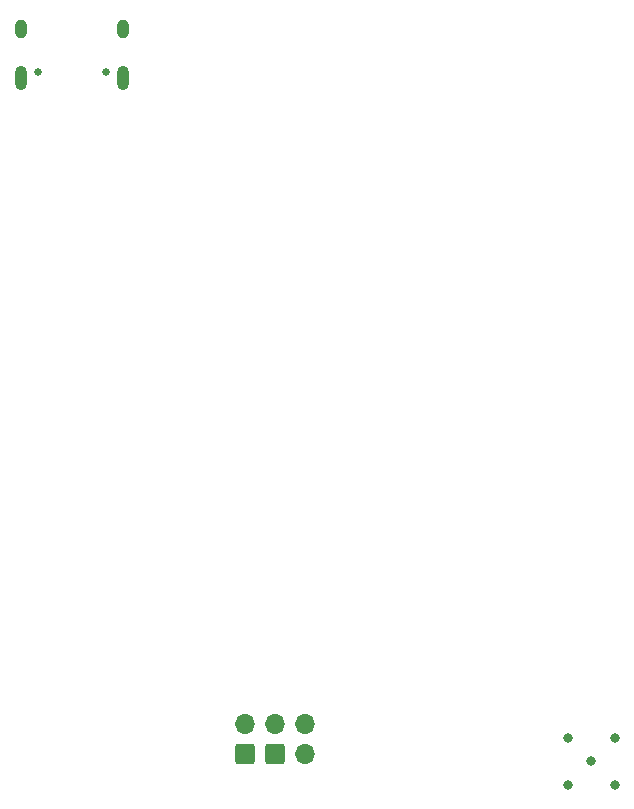
<source format=gbr>
%TF.GenerationSoftware,KiCad,Pcbnew,8.0.4*%
%TF.CreationDate,2024-09-01T23:08:26+02:00*%
%TF.ProjectId,feb42-rounded,66656234-322d-4726-9f75-6e6465642e6b,rev?*%
%TF.SameCoordinates,Original*%
%TF.FileFunction,Soldermask,Bot*%
%TF.FilePolarity,Negative*%
%FSLAX46Y46*%
G04 Gerber Fmt 4.6, Leading zero omitted, Abs format (unit mm)*
G04 Created by KiCad (PCBNEW 8.0.4) date 2024-09-01 23:08:26*
%MOMM*%
%LPD*%
G01*
G04 APERTURE LIST*
G04 Aperture macros list*
%AMRoundRect*
0 Rectangle with rounded corners*
0 $1 Rounding radius*
0 $2 $3 $4 $5 $6 $7 $8 $9 X,Y pos of 4 corners*
0 Add a 4 corners polygon primitive as box body*
4,1,4,$2,$3,$4,$5,$6,$7,$8,$9,$2,$3,0*
0 Add four circle primitives for the rounded corners*
1,1,$1+$1,$2,$3*
1,1,$1+$1,$4,$5*
1,1,$1+$1,$6,$7*
1,1,$1+$1,$8,$9*
0 Add four rect primitives between the rounded corners*
20,1,$1+$1,$2,$3,$4,$5,0*
20,1,$1+$1,$4,$5,$6,$7,0*
20,1,$1+$1,$6,$7,$8,$9,0*
20,1,$1+$1,$8,$9,$2,$3,0*%
G04 Aperture macros list end*
%ADD10O,1.000000X1.600000*%
%ADD11O,1.000000X2.100000*%
%ADD12C,0.650000*%
%ADD13C,0.800000*%
%ADD14O,1.700000X1.700000*%
%ADD15RoundRect,0.250000X0.600000X-0.600000X0.600000X0.600000X-0.600000X0.600000X-0.600000X-0.600000X0*%
G04 APERTURE END LIST*
D10*
%TO.C,USB1*%
X48930000Y-67850000D03*
D11*
X48930000Y-72030000D03*
D10*
X57570000Y-67850000D03*
D11*
X57570000Y-72030000D03*
D12*
X50360000Y-71500000D03*
X56140000Y-71500000D03*
%TD*%
D13*
%TO.C,MCU1*%
X99200000Y-127900000D03*
X95200000Y-127900000D03*
X97200000Y-129900000D03*
X99200000Y-131900000D03*
X95200000Y-131900000D03*
%TD*%
D14*
%TO.C,SWD1*%
X72960000Y-126750000D03*
X72960000Y-129290000D03*
X70420000Y-126750000D03*
D15*
X70420000Y-129290000D03*
D14*
X67880000Y-126750000D03*
D15*
X67880000Y-129290000D03*
%TD*%
M02*

</source>
